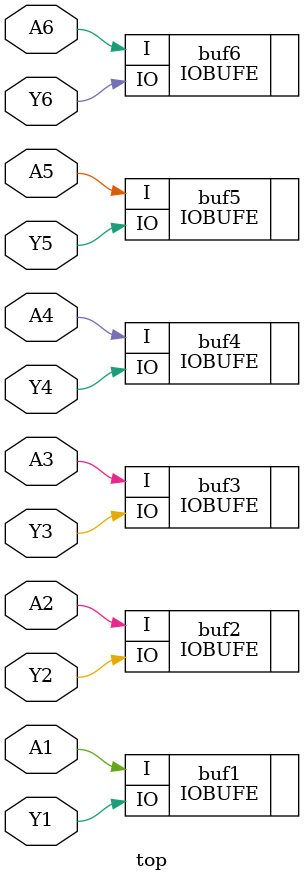
<source format=v>

/*
 * 74x07: Hex (6) buffer gates.
 */
module top(A1, Y1,
           A2, Y2,
           A3, Y3,
           A4, Y4,
           A5, Y5,
           A6, Y6);

   (* LOC = "FB1_1" *) input A1;
   (* LOC = "FB1_2" *) inout Y1;

   (* LOC = "FB1_3" *) input A2;
   (* LOC = "FB1_4" *) inout Y2;

   (* LOC = "FB1_5" *) input A3;
   (* LOC = "FB1_6" *) inout Y3;

   (* LOC = "FB1_7" *) input A4;
   (* LOC = "FB1_8" *) inout Y4;

   (* LOC = "FB1_9" *) input A5;
   (* LOC = "FB1_10" *) inout Y5;

   (* LOC = "FB1_11" *) input A6;
   (* LOC = "FB1_12" *) inout Y6;

   //(* LOC = "FB1_13" *) input E;

   // wire T1, T2, T3, T4, T5, T6;

   // IOBUFE buf1(.I(A1), .IO(Y1), .O(T1));
   // IOBUFE buf2(.I(A2), .IO(Y2), .O(T2));
   // IOBUFE buf3(.I(A3), .IO(Y3), .O(T3));
   // IOBUFE buf4(.I(A4), .IO(Y4), .O(T4));
   // IOBUFE buf5(.I(A5), .IO(Y5), .O(T5));
   // IOBUFE buf6(.I(A6), .IO(Y6), .O(T6));

   IOBUFE buf1(.I(A1), .IO(Y1));
   IOBUFE buf2(.I(A2), .IO(Y2));
   IOBUFE buf3(.I(A3), .IO(Y3));
   IOBUFE buf4(.I(A4), .IO(Y4));
   IOBUFE buf5(.I(A5), .IO(Y5));
   IOBUFE buf6(.I(A6), .IO(Y6));

endmodule

</source>
